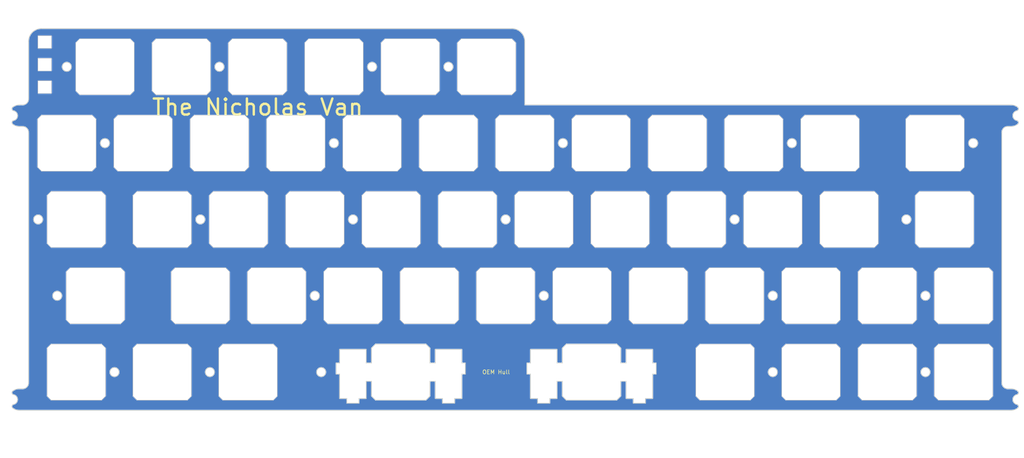
<source format=kicad_pcb>
(kicad_pcb (version 20221018) (generator pcbnew)
  (layers (0 "F.Cu" signal) (31 "B.Cu" signal) (34 "B.Paste" user) (35 "F.Paste" user) (36 "B.SilkS" user "B.Silkscreen") (37 "F.SilkS" user "F.Silkscreen") (38 "B.Mask" user) (39 "F.Mask" user) (44 "Edge.Cuts" user))
  (net 0 "")
  (net 1 "GND")
  (footprint "cipulot_parts:ecs_plate_cut_1U" (layer "F.Cu") (at 242.8875 115.8875)
    (fp_text reference "REF**")
    (fp_text value "Value " hide)
    (fp_line (start -7.3 -6) (end -7.3 6) (stroke (width 0.12)) (layer "Edge.Cuts"))
    (fp_line (start -7.3 6) (end -6.3 7) (stroke (width 0.12)) (layer "Edge.Cuts"))
    (fp_line (start -6.3 -7) (end -7.3 -6) (stroke (width 0.12)) (layer "Edge.Cuts"))
    (fp_line (start -6.3 7) (end 6.3 7) (stroke (width 0.12)) (layer "Edge.Cuts"))
    (fp_line (start 6.3 -7) (end -6.3 -7) (stroke (width 0.12)) (layer "Edge.Cuts"))
    (fp_line (start 6.3 -7) (end 7.3 -6) (stroke (width 0.12)) (layer "Edge.Cuts"))
    (fp_line (start 6.3 7) (end 7.3 6) (stroke (width 0.12)) (layer "Edge.Cuts"))
    (fp_line (start 7.3 6) (end 7.3 -6) (stroke (width 0.12)) (layer "Edge.Cuts"))
  )
  (footprint "cipulot_parts:ecs_plate_cut_1U" (layer "F.Cu") (at 45.24375 115.8875)
    (fp_text reference "REF**")
    (fp_text value "Value " hide)
    (fp_line (start -7.3 -6) (end -7.3 6) (stroke (width 0.12)) (layer "Edge.Cuts"))
    (fp_line (start -7.3 6) (end -6.3 7) (stroke (width 0.12)) (layer "Edge.Cuts"))
    (fp_line (start -6.3 -7) (end -7.3 -6) (stroke (width 0.12)) (layer "Edge.Cuts"))
    (fp_line (start -6.3 7) (end 6.3 7) (stroke (width 0.12)) (layer "Edge.Cuts"))
    (fp_line (start 6.3 -7) (end -6.3 -7) (stroke (width 0.12)) (layer "Edge.Cuts"))
    (fp_line (start 6.3 -7) (end 7.3 -6) (stroke (width 0.12)) (layer "Edge.Cuts"))
    (fp_line (start 6.3 7) (end 7.3 6) (stroke (width 0.12)) (layer "Edge.Cuts"))
    (fp_line (start 7.3 6) (end 7.3 -6) (stroke (width 0.12)) (layer "Edge.Cuts"))
  )
  (footprint "cipulot_parts:ecs_plate_cut_1U" (layer "F.Cu") (at 190.5 77.7875)
    (fp_text reference "REF**")
    (fp_text value "Value " hide)
    (fp_line (start -7.3 -6) (end -7.3 6) (stroke (width 0.12)) (layer "Edge.Cuts"))
    (fp_line (start -7.3 6) (end -6.3 7) (stroke (width 0.12)) (layer "Edge.Cuts"))
    (fp_line (start -6.3 -7) (end -7.3 -6) (stroke (width 0.12)) (layer "Edge.Cuts"))
    (fp_line (start -6.3 7) (end 6.3 7) (stroke (width 0.12)) (layer "Edge.Cuts"))
    (fp_line (start 6.3 -7) (end -6.3 -7) (stroke (width 0.12)) (layer "Edge.Cuts"))
    (fp_line (start 6.3 -7) (end 7.3 -6) (stroke (width 0.12)) (layer "Edge.Cuts"))
    (fp_line (start 6.3 7) (end 7.3 6) (stroke (width 0.12)) (layer "Edge.Cuts"))
    (fp_line (start 7.3 6) (end 7.3 -6) (stroke (width 0.12)) (layer "Edge.Cuts"))
  )
  (footprint "cipulot_parts:ecs_plate_cut_1U" (layer "F.Cu") (at 261.9375 134.9375)
    (fp_text reference "REF**")
    (fp_text value "Value " hide)
    (fp_line (start -7.3 -6) (end -7.3 6) (stroke (width 0.12)) (layer "Edge.Cuts"))
    (fp_line (start -7.3 6) (end -6.3 7) (stroke (width 0.12)) (layer "Edge.Cuts"))
    (fp_line (start -6.3 -7) (end -7.3 -6) (stroke (width 0.12)) (layer "Edge.Cuts"))
    (fp_line (start -6.3 7) (end 6.3 7) (stroke (width 0.12)) (layer "Edge.Cuts"))
    (fp_line (start 6.3 -7) (end -6.3 -7) (stroke (width 0.12)) (layer "Edge.Cuts"))
    (fp_line (start 6.3 -7) (end 7.3 -6) (stroke (width 0.12)) (layer "Edge.Cuts"))
    (fp_line (start 6.3 7) (end 7.3 6) (stroke (width 0.12)) (layer "Edge.Cuts"))
    (fp_line (start 7.3 6) (end 7.3 -6) (stroke (width 0.12)) (layer "Edge.Cuts"))
  )
  (footprint "cipulot_parts:ecs_plate_cut_1U" (layer "F.Cu") (at 123.825 58.7375)
    (fp_text reference "REF**")
    (fp_text value "Value " hide)
    (fp_line (start -7.3 -6) (end -7.3 6) (stroke (width 0.12)) (layer "Edge.Cuts"))
    (fp_line (start -7.3 6) (end -6.3 7) (stroke (width 0.12)) (layer "Edge.Cuts"))
    (fp_line (start -6.3 -7) (end -7.3 -6) (stroke (width 0.12)) (layer "Edge.Cuts"))
    (fp_line (start -6.3 7) (end 6.3 7) (stroke (width 0.12)) (layer "Edge.Cuts"))
    (fp_line (start 6.3 -7) (end -6.3 -7) (stroke (width 0.12)) (layer "Edge.Cuts"))
    (fp_line (start 6.3 -7) (end 7.3 -6) (stroke (width 0.12)) (layer "Edge.Cuts"))
    (fp_line (start 6.3 7) (end 7.3 6) (stroke (width 0.12)) (layer "Edge.Cuts"))
    (fp_line (start 7.3 6) (end 7.3 -6) (stroke (width 0.12)) (layer "Edge.Cuts"))
  )
  (footprint "cipulot_parts:ecs_plate_cut_1U" (layer "F.Cu") (at 261.9375 115.8875)
    (fp_text reference "REF**")
    (fp_text value "Value " hide)
    (fp_line (start -7.3 -6) (end -7.3 6) (stroke (width 0.12)) (layer "Edge.Cuts"))
    (fp_line (start -7.3 6) (end -6.3 7) (stroke (width 0.12)) (layer "Edge.Cuts"))
    (fp_line (start -6.3 -7) (end -7.3 -6) (stroke (width 0.12)) (layer "Edge.Cuts"))
    (fp_line (start -6.3 7) (end 6.3 7) (stroke (width 0.12)) (layer "Edge.Cuts"))
    (fp_line (start 6.3 -7) (end -6.3 -7) (stroke (width 0.12)) (layer "Edge.Cuts"))
    (fp_line (start 6.3 -7) (end 7.3 -6) (stroke (width 0.12)) (layer "Edge.Cuts"))
    (fp_line (start 6.3 7) (end 7.3 6) (stroke (width 0.12)) (layer "Edge.Cuts"))
    (fp_line (start 7.3 6) (end 7.3 -6) (stroke (width 0.12)) (layer "Edge.Cuts"))
  )
  (footprint "cipulot_parts:ecs_plate_cut_1U" (layer "F.Cu") (at 85.725 58.7375)
    (fp_text reference "REF**")
    (fp_text value "Value " hide)
    (fp_line (start -7.3 -6) (end -7.3 6) (stroke (width 0.12)) (layer "Edge.Cuts"))
    (fp_line (start -7.3 6) (end -6.3 7) (stroke (width 0.12)) (layer "Edge.Cuts"))
    (fp_line (start -6.3 -7) (end -7.3 -6) (stroke (width 0.12)) (layer "Edge.Cuts"))
    (fp_line (start -6.3 7) (end 6.3 7) (stroke (width 0.12)) (layer "Edge.Cuts"))
    (fp_line (start 6.3 -7) (end -6.3 -7) (stroke (width 0.12)) (layer "Edge.Cuts"))
    (fp_line (start 6.3 -7) (end 7.3 -6) (stroke (width 0.12)) (layer "Edge.Cuts"))
    (fp_line (start 6.3 7) (end 7.3 6) (stroke (width 0.12)) (layer "Edge.Cuts"))
    (fp_line (start 7.3 6) (end 7.3 -6) (stroke (width 0.12)) (layer "Edge.Cuts"))
  )
  (footprint "cipulot_parts:ecs_plate_cut_1U" (layer "F.Cu") (at 223.8375 115.8875)
    (fp_text reference "REF**")
    (fp_text value "Value " hide)
    (fp_line (start -7.3 -6) (end -7.3 6) (stroke (width 0.12)) (layer "Edge.Cuts"))
    (fp_line (start -7.3 6) (end -6.3 7) (stroke (width 0.12)) (layer "Edge.Cuts"))
    (fp_line (start -6.3 -7) (end -7.3 -6) (stroke (width 0.12)) (layer "Edge.Cuts"))
    (fp_line (start -6.3 7) (end 6.3 7) (stroke (width 0.12)) (layer "Edge.Cuts"))
    (fp_line (start 6.3 -7) (end -6.3 -7) (stroke (width 0.12)) (layer "Edge.Cuts"))
    (fp_line (start 6.3 -7) (end 7.3 -6) (stroke (width 0.12)) (layer "Edge.Cuts"))
    (fp_line (start 6.3 7) (end 7.3 6) (stroke (width 0.12)) (layer "Edge.Cuts"))
    (fp_line (start 7.3 6) (end 7.3 -6) (stroke (width 0.12)) (layer "Edge.Cuts"))
  )
  (footprint "cipulot_parts:ecs_plate_cut_1U" (layer "F.Cu") (at 233.3625 96.8375)
    (fp_text reference "REF**")
    (fp_text value "Value " hide)
    (fp_line (start -7.3 -6) (end -7.3 6) (stroke (width 0.12)) (layer "Edge.Cuts"))
    (fp_line (start -7.3 6) (end -6.3 7) (stroke (width 0.12)) (layer "Edge.Cuts"))
    (fp_line (start -6.3 -7) (end -7.3 -6) (stroke (width 0.12)) (layer "Edge.Cuts"))
    (fp_line (start -6.3 7) (end 6.3 7) (stroke (width 0.12)) (layer "Edge.Cuts"))
    (fp_line (start 6.3 -7) (end -6.3 -7) (stroke (width 0.12)) (layer "Edge.Cuts"))
    (fp_line (start 6.3 -7) (end 7.3 -6) (stroke (width 0.12)) (layer "Edge.Cuts"))
    (fp_line (start 6.3 7) (end 7.3 6) (stroke (width 0.12)) (layer "Edge.Cuts"))
    (fp_line (start 7.3 6) (end 7.3 -6) (stroke (width 0.12)) (layer "Edge.Cuts"))
  )
  (footprint "cipulot_parts:ecs_plate_cut_1U" (layer "F.Cu") (at 61.9125 96.8375)
    (fp_text reference "REF**")
    (fp_text value "Value " hide)
    (fp_line (start -7.3 -6) (end -7.3 6) (stroke (width 0.12)) (layer "Edge.Cuts"))
    (fp_line (start -7.3 6) (end -6.3 7) (stroke (width 0.12)) (layer "Edge.Cuts"))
    (fp_line (start -6.3 -7) (end -7.3 -6) (stroke (width 0.12)) (layer "Edge.Cuts"))
    (fp_line (start -6.3 7) (end 6.3 7) (stroke (width 0.12)) (layer "Edge.Cuts"))
    (fp_line (start 6.3 -7) (end -6.3 -7) (stroke (width 0.12)) (layer "Edge.Cuts"))
    (fp_line (start 6.3 -7) (end 7.3 -6) (stroke (width 0.12)) (layer "Edge.Cuts"))
    (fp_line (start 6.3 7) (end 7.3 6) (stroke (width 0.12)) (layer "Edge.Cuts"))
    (fp_line (start 7.3 6) (end 7.3 -6) (stroke (width 0.12)) (layer "Edge.Cuts"))
  )
  (footprint "cipulot_parts:ecs_plate_cut_1U" (layer "F.Cu") (at 242.8875 134.9375)
    (fp_text reference "REF**")
    (fp_text value "Value " hide)
    (fp_line (start -7.3 -6) (end -7.3 6) (stroke (width 0.12)) (layer "Edge.Cuts"))
    (fp_line (start -7.3 6) (end -6.3 7) (stroke (width 0.12)) (layer "Edge.Cuts"))
    (fp_line (start -6.3 -7) (end -7.3 -6) (stroke (width 0.12)) (layer "Edge.Cuts"))
    (fp_line (start -6.3 7) (end 6.3 7) (stroke (width 0.12)) (layer "Edge.Cuts"))
    (fp_line (start 6.3 -7) (end -6.3 -7) (stroke (width 0.12)) (layer "Edge.Cuts"))
    (fp_line (start 6.3 -7) (end 7.3 -6) (stroke (width 0.12)) (layer "Edge.Cuts"))
    (fp_line (start 6.3 7) (end 7.3 6) (stroke (width 0.12)) (layer "Edge.Cuts"))
    (fp_line (start 7.3 6) (end 7.3 -6) (stroke (width 0.12)) (layer "Edge.Cuts"))
  )
  (footprint "cipulot_parts:ecs_plate_cut_1U" (layer "F.Cu") (at 95.25 77.7875)
    (fp_text reference "REF**")
    (fp_text value "Value " hide)
    (fp_line (start -7.3 -6) (end -7.3 6) (stroke (width 0.12)) (layer "Edge.Cuts"))
    (fp_line (start -7.3 6) (end -6.3 7) (stroke (width 0.12)) (layer "Edge.Cuts"))
    (fp_line (start -6.3 -7) (end -7.3 -6) (stroke (width 0.12)) (layer "Edge.Cuts"))
    (fp_line (start -6.3 7) (end 6.3 7) (stroke (width 0.12)) (layer "Edge.Cuts"))
    (fp_line (start 6.3 -7) (end -6.3 -7) (stroke (width 0.12)) (layer "Edge.Cuts"))
    (fp_line (start 6.3 -7) (end 7.3 -6) (stroke (width 0.12)) (layer "Edge.Cuts"))
    (fp_line (start 6.3 7) (end 7.3 6) (stroke (width 0.12)) (layer "Edge.Cuts"))
    (fp_line (start 7.3 6) (end 7.3 -6) (stroke (width 0.12)) (layer "Edge.Cuts"))
  )
  (footprint "cipulot_parts:ecs_plate_cut_1U" (layer "F.Cu") (at 157.1625 96.8375)
    (fp_text reference "REF**")
    (fp_text value "Value " hide)
    (fp_line (start -7.3 -6) (end -7.3 6) (stroke (width 0.12)) (layer "Edge.Cuts"))
    (fp_line (start -7.3 6) (end -6.3 7) (stroke (width 0.12)) (layer "Edge.Cuts"))
    (fp_line (start -6.3 -7) (end -7.3 -6) (stroke (width 0.12)) (layer "Edge.Cuts"))
    (fp_line (start -6.3 7) (end 6.3 7) (stroke (width 0.12)) (layer "Edge.Cuts"))
    (fp_line (start 6.3 -7) (end -6.3 -7) (stroke (width 0.12)) (layer "Edge.Cuts"))
    (fp_line (start 6.3 -7) (end 7.3 -6) (stroke (width 0.12)) (layer "Edge.Cuts"))
    (fp_line (start 6.3 7) (end 7.3 6) (stroke (width 0.12)) (layer "Edge.Cuts"))
    (fp_line (start 7.3 6) (end 7.3 -6) (stroke (width 0.12)) (layer "Edge.Cuts"))
  )
  (footprint "cipulot_parts:ecs_plate_cut_1U" (layer "F.Cu") (at 109.5375 115.8875)
    (fp_text reference "REF**")
    (fp_text value "Value " hide)
    (fp_line (start -7.3 -6) (end -7.3 6) (stroke (width 0.12)) (layer "Edge.Cuts"))
    (fp_line (start -7.3 6) (end -6.3 7) (stroke (width 0.12)) (layer "Edge.Cuts"))
    (fp_line (start -6.3 -7) (end -7.3 -6) (stroke (width 0.12)) (layer "Edge.Cuts"))
    (fp_line (start -6.3 7) (end 6.3 7) (stroke (width 0.12)) (layer "Edge.Cuts"))
    (fp_line (start 6.3 -7) (end -6.3 -7) (stroke (width 0.12)) (layer "Edge.Cuts"))
    (fp_line (start 6.3 -7) (end 7.3 -6) (stroke (width 0.12)) (layer "Edge.Cuts"))
    (fp_line (start 6.3 7) (end 7.3 6) (stroke (width 0.12)) (layer "Edge.Cuts"))
    (fp_line (start 7.3 6) (end 7.3 -6) (stroke (width 0.12)) (layer "Edge.Cuts"))
  )
  (footprint "cipulot_parts:ecs_plate_cut_1U" (layer "F.Cu") (at 176.2125 96.8375)
    (fp_text reference "REF**")
    (fp_text value "Value " hide)
    (fp_line (start -7.3 -6) (end -7.3 6) (stroke (width 0.12)) (layer "Edge.Cuts"))
    (fp_line (start -7.3 6) (end -6.3 7) (stroke (width 0.12)) (layer "Edge.Cuts"))
    (fp_line (start -6.3 -7) (end -7.3 -6) (stroke (width 0.12)) (layer "Edge.Cuts"))
    (fp_line (start -6.3 7) (end 6.3 7) (stroke (width 0.12)) (layer "Edge.Cuts"))
    (fp_line (start 6.3 -7) (end -6.3 -7) (stroke (width 0.12)) (layer "Edge.Cuts"))
    (fp_line (start 6.3 -7) (end 7.3 -6) (stroke (width 0.12)) (layer "Edge.Cuts"))
    (fp_line (start 6.3 7) (end 7.3 6) (stroke (width 0.12)) (layer "Edge.Cuts"))
    (fp_line (start 7.3 6) (end 7.3 -6) (stroke (width 0.12)) (layer "Edge.Cuts"))
  )
  (footprint "cipulot_parts:ecs_plate_cut_1U" (layer "F.Cu") (at 76.2 77.7875)
    (fp_text reference "REF**")
    (fp_text value "Value " hide)
    (fp_line (start -7.3 -6) (end -7.3 6) (stroke (width 0.12)) (layer "Edge.Cuts"))
    (fp_line (start -7.3 6) (end -6.3 7) (stroke (width 0.12)) (layer "Edge.Cuts"))
    (fp_line (start -6.3 -7) (end -7.3 -6) (stroke (width 0.12)) (layer "Edge.Cuts"))
    (fp_line (start -6.3 7) (end 6.3 7) (stroke (width 0.12)) (layer "Edge.Cuts"))
    (fp_line (start 6.3 -7) (end -6.3 -7) (stroke (width 0.12)) (layer "Edge.Cuts"))
    (fp_line (start 6.3 -7) (end 7.3 -6) (stroke (width 0.12)) (layer "Edge.Cuts"))
    (fp_line (start 6.3 7) (end 7.3 6) (stroke (width 0.12)) (layer "Edge.Cuts"))
    (fp_line (start 7.3 6) (end 7.3 -6) (stroke (width 0.12)) (layer "Edge.Cuts"))
  )
  (footprint "cipulot_parts:ecs_plate_cut_1U" (layer "F.Cu") (at 66.675 58.7375)
    (fp_text reference "REF**")
    (fp_text value "Value " hide)
    (fp_line (start -7.3 -6) (end -7.3 6) (stroke (width 0.12)) (layer "Edge.Cuts"))
    (fp_line (start -7.3 6) (end -6.3 7) (stroke (width 0.12)) (layer "Edge.Cuts"))
    (fp_line (start -6.3 -7) (end -7.3 -6) (stroke (width 0.12)) (layer "Edge.Cuts"))
    (fp_line (start -6.3 7) (end 6.3 7) (stroke (width 0.12)) (layer "Edge.Cuts"))
    (fp_line (start 6.3 -7) (end -6.3 -7) (stroke (width 0.12)) (layer "Edge.Cuts"))
    (fp_line (start 6.3 -7) (end 7.3 -6) (stroke (width 0.12)) (layer "Edge.Cuts"))
    (fp_line (start 6.3 7) (end 7.3 6) (stroke (width 0.12)) (layer "Edge.Cuts"))
    (fp_line (start 7.3 6) (end 7.3 -6) (stroke (width 0.12)) (layer "Edge.Cuts"))
  )
  (footprint "cipulot_parts:ecs_plate_cut_1U" (layer "F.Cu") (at 128.5875 115.8875)
    (fp_text reference "REF**")
    (fp_text value "Value " hide)
    (fp_line (start -7.3 -6) (end -7.3 6) (stroke (width 0.12)) (layer "Edge.Cuts"))
    (fp_line (start -7.3 6) (end -6.3 7) (stroke (width 0.12)) (layer "Edge.Cuts"))
    (fp_line (start -6.3 -7) (end -7.3 -6) (stroke (width 0.12)) (layer "Edge.Cuts"))
    (fp_line (start -6.3 7) (end 6.3 7) (stroke (width 0.12)) (layer "Edge.Cuts"))
    (fp_line (start 6.3 -7) (end -6.3 -7) (stroke (width 0.12)) (layer "Edge.Cuts"))
    (fp_line (start 6.3 -7) (end 7.3 -6) (stroke (width 0.12)) (layer "Edge.Cuts"))
    (fp_line (start 6.3 7) (end 7.3 6) (stroke (width 0.12)) (layer "Edge.Cuts"))
    (fp_line (start 7.3 6) (end 7.3 -6) (stroke (width 0.12)) (layer "Edge.Cuts"))
  )
  (footprint "cipulot_parts:ecs_plate_cut_1U" (layer "F.Cu") (at 40.48125 134.9375)
    (fp_text reference "REF**")
    (fp_text value "Value " hide)
    (fp_line (start -7.3 -6) (end -7.3 6) (stroke (width 0.12)) (layer "Edge.Cuts"))
    (fp_line (start -7.3 6) (end -6.3 7) (stroke (width 0.12)) (layer "Edge.Cuts"))
    (fp_line (start -6.3 -7) (end -7.3 -6) (stroke (width 0.12)) (layer "Edge.Cuts"))
    (fp_line (start -6.3 7) (end 6.3 7) (stroke (width 0.12)) (layer "Edge.Cuts"))
    (fp_line (start 6.3 -7) (end -6.3 -7) (stroke (width 0.12)) (layer "Edge.Cuts"))
    (fp_line (start 6.3 -7) (end 7.3 -6) (stroke (width 0.12)) (layer "Edge.Cuts"))
    (fp_line (start 6.3 7) (end 7.3 6) (stroke (width 0.12)) (layer "Edge.Cuts"))
    (fp_line (start 7.3 6) (end 7.3 -6) (stroke (width 0.12)) (layer "Edge.Cuts"))
  )
  (footprint "cipulot_parts:ecs_plate_cut_1U" (layer "F.Cu") (at 57.15 77.7875)
    (fp_text reference "REF**")
    (fp_text value "Value " hide)
    (fp_line (start -7.3 -6) (end -7.3 6) (stroke (width 0.12)) (layer "Edge.Cuts"))
    (fp_line (start -7.3 6) (end -6.3 7) (stroke (width 0.12)) (layer "Edge.Cuts"))
    (fp_line (start -6.3 -7) (end -7.3 -6) (stroke (width 0.12)) (layer "Edge.Cuts"))
    (fp_line (start -6.3 7) (end 6.3 7) (stroke (width 0.12)) (layer "Edge.Cuts"))
    (fp_line (start 6.3 -7) (end -6.3 -7) (stroke (width 0.12)) (layer "Edge.Cuts"))
    (fp_line (start 6.3 -7) (end 7.3 -6) (stroke (width 0.12)) (layer "Edge.Cuts"))
    (fp_line (start 6.3 7) (end 7.3 6) (stroke (width 0.12)) (layer "Edge.Cuts"))
    (fp_line (start 7.3 6) (end 7.3 -6) (stroke (width 0.12)) (layer "Edge.Cuts"))
  )
  (footprint "cipulot_parts:ecs_plate_cut_1U" (layer "F.Cu") (at 47.625 58.7375)
    (fp_text reference "REF**")
    (fp_text value "Value " hide)
    (fp_line (start -7.3 -6) (end -7.3 6) (stroke (width 0.12)) (layer "Edge.Cuts"))
    (fp_line (start -7.3 6) (end -6.3 7) (stroke (width 0.12)) (layer "Edge.Cuts"))
    (fp_line (start -6.3 -7) (end -7.3 -6) (stroke (width 0.12)) (layer "Edge.Cuts"))
    (fp_line (start -6.3 7) (end 6.3 7) (stroke (width 0.12)) (layer "Edge.Cuts"))
    (fp_line (start 6.3 -7) (end -6.3 -7) (stroke (width 0.12)) (layer "Edge.Cuts"))
    (fp_line (start 6.3 -7) (end 7.3 -6) (stroke (width 0.12)) (layer "Edge.Cuts"))
    (fp_line (start 6.3 7) (end 7.3 6) (stroke (width 0.12)) (layer "Edge.Cuts"))
    (fp_line (start 7.3 6) (end 7.3 -6) (stroke (width 0.12)) (layer "Edge.Cuts"))
  )
  (footprint "cipulot_parts:ecs_plate_cut_1U" (layer "F.Cu") (at 40.48125 96.8375)
    (fp_text reference "REF**")
    (fp_text value "Value " hide)
    (fp_line (start -7.3 -6) (end -7.3 6) (stroke (width 0.12)) (layer "Edge.Cuts"))
    (fp_line (start -7.3 6) (end -6.3 7) (stroke (width 0.12)) (layer "Edge.Cuts"))
    (fp_line (start -6.3 -7) (end -7.3 -6) (stroke (width 0.12)) (layer "Edge.Cuts"))
    (fp_line (start -6.3 7) (end 6.3 7) (stroke (width 0.12)) (layer "Edge.Cuts"))
    (fp_line (start 6.3 -7) (end -6.3 -7) (stroke (width 0.12)) (layer "Edge.Cuts"))
    (fp_line (start 6.3 -7) (end 7.3 -6) (stroke (width 0.12)) (layer "Edge.Cuts"))
    (fp_line (start 6.3 7) (end 7.3 6) (stroke (width 0.12)) (layer "Edge.Cuts"))
    (fp_line (start 7.3 6) (end 7.3 -6) (stroke (width 0.12)) (layer "Edge.Cuts"))
  )
  (footprint "cipulot_parts:ecs_plate_cut_1U" (layer "F.Cu") (at 171.45 77.7875)
    (fp_text reference "REF**")
    (fp_text value "Value " hide)
    (fp_line (start -7.3 -6) (end -7.3 6) (stroke (width 0.12)) (layer "Edge.Cuts"))
    (fp_line (start -7.3 6) (end -6.3 7) (stroke (width 0.12)) (layer "Edge.Cuts"))
    (fp_line (start -6.3 -7) (end -7.3 -6) (stroke (width 0.12)) (layer "Edge.Cuts"))
    (fp_line (start -6.3 7) (end 6.3 7) (stroke (width 0.12)) (layer "Edge.Cuts"))
    (fp_line (start 6.3 -7) (end -6.3 -7) (stroke (width 0.12)) (layer "Edge.Cuts"))
    (fp_line (start 6.3 -7) (end 7.3 -6) (stroke (width 0.12)) (layer "Edge.Cuts"))
    (fp_line (start 6.3 7) (end 7.3 6) (stroke (width 0.12)) (layer "Edge.Cuts"))
    (fp_line (start 7.3 6) (end 7.3 -6) (stroke (width 0.12)) (layer "Edge.Cuts"))
  )
  (footprint "cipulot_parts:ecs_plate_cut_1U" (layer "F.Cu") (at 100.0125 96.8375)
    (fp_text reference "REF**")
    (fp_text value "Value " hide)
    (fp_line (start -7.3 -6) (end -7.3 6) (stroke (width 0.12)) (layer "Edge.Cuts"))
    (fp_line (start -7.3 6) (end -6.3 7) (stroke (width 0.12)) (layer "Edge.Cuts"))
    (fp_line (start -6.3 -7) (end -7.3 -6) (stroke (width 0.12)) (layer "Edge.Cuts"))
    (fp_line (start -6.3 7) (end 6.3 7) (stroke (width 0.12)) (layer "Edge.Cuts"))
    (fp_line (start 6.3 -7) (end -6.3 -7) (stroke (width 0.12)) (layer "Edge.Cuts"))
    (fp_line (start 6.3 -7) (end 7.3 -6) (stroke (width 0.12)) (layer "Edge.Cuts"))
    (fp_line (start 6.3 7) (end 7.3 6) (stroke (width 0.12)) (layer "Edge.Cuts"))
    (fp_line (start 7.3 6) (end 7.3 -6) (stroke (width 0.12)) (layer "Edge.Cuts"))
  )
  (footprint "cipulot_parts:ecs_plate_cut_1U" (layer "F.Cu") (at 114.3 77.7875)
    (fp_text reference "REF**")
    (fp_text value "Value " hide)
    (fp_line (start -7.3 -6) (end -7.3 6) (stroke (width 0.12)) (layer "Edge.Cuts"))
    (fp_line (start -7.3 6) (end -6.3 7) (stroke (width 0.12)) (layer "Edge.Cuts"))
    (fp_line (start -6.3 -7) (end -7.3 -6) (stroke (width 0.12)) (layer "Edge.Cuts"))
    (fp_line (start -6.3 7) (end 6.3 7) (stroke (width 0.12)) (layer "Edge.Cuts"))
    (fp_line (start 6.3 -7) (end -6.3 -7) (stroke (width 0.12)) (layer "Edge.Cuts"))
    (fp_line (start 6.3 -7) (end 7.3 -6) (stroke (width 0.12)) (layer "Edge.Cuts"))
    (fp_line (start 6.3 7) (end 7.3 6) (stroke (width 0.12)) (layer "Edge.Cuts"))
    (fp_line (start 7.3 6) (end 7.3 -6) (stroke (width 0.12)) (layer "Edge.Cuts"))
  )
  (footprint "cipulot_parts:ecs_plate_cut_1U" (layer "F.Cu") (at 204.7875 115.8875)
    (fp_text reference "REF**")
    (fp_text value "Value " hide)
    (fp_line (start -7.3 -6) (end -7.3 6) (stroke (width 0.12)) (layer "Edge.Cuts"))
    (fp_line (start -7.3 6) (end -6.3 7) (stroke (width 0.12)) (layer "Edge.Cuts"))
    (fp_line (start -6.3 -7) (end -7.3 -6) (stroke (width 0.12)) (layer "Edge.Cuts"))
    (fp_line (start -6.3 7) (end 6.3 7) (stroke (width 0.12)) (layer "Edge.Cuts"))
    (fp_line (start 6.3 -7) (end -6.3 -7) (stroke (width 0.12)) (layer "Edge.Cuts"))
    (fp_line (start 6.3 -7) (end 7.3 -6) (stroke (width 0.12)) (layer "Edge.Cuts"))
    (fp_line (start 6.3 7) (end 7.3 6) (stroke (width 0.12)) (layer "Edge.Cuts"))
    (fp_line (start 7.3 6) (end 7.3 -6) (stroke (width 0.12)) (layer "Edge.Cuts"))
  )
  (footprint "cipulot_parts:ecs_plate_cut_1U" (layer "F.Cu") (at 80.9625 96.8375)
    (fp_text reference "REF**")
    (fp_text value "Value " hide)
    (fp_line (start -7.3 -6) (end -7.3 6) (stroke (width 0.12)) (layer "Edge.Cuts"))
    (fp_line (start -7.3 6) (end -6.3 7) (stroke (width 0.12)) (layer "Edge.Cuts"))
    (fp_line (start -6.3 -7) (end -7.3 -6) (stroke (width 0.12)) (layer "Edge.Cuts"))
    (fp_line (start -6.3 7) (end 6.3 7) (stroke (width 0.12)) (layer "Edge.Cuts"))
    (fp_line (start 6.3 -7) (end -6.3 -7) (stroke (width 0.12)) (layer "Edge.Cuts"))
    (fp_line (start 6.3 -7) (end 7.3 -6) (stroke (width 0.12)) (layer "Edge.Cuts"))
    (fp_line (start 6.3 7) (end 7.3 6) (stroke (width 0.12)) (layer "Edge.Cuts"))
    (fp_line (start 7.3 6) (end 7.3 -6) (stroke (width 0.12)) (layer "Edge.Cuts"))
  )
  (footprint "cipulot_parts:ecs_plate_cut_1U" (layer "F.Cu") (at 83.34375 134.9375)
    (fp_text reference "REF**")
    (fp_text value "Value " hide)
    (fp_line (start -7.3 -6) (end -7.3 6) (stroke (width 0.12)) (layer "Edge.Cuts"))
    (fp_line (start -7.3 6) (end -6.3 7) (stroke (width 0.12)) (layer "Edge.Cuts"))
    (fp_line (start -6.3 -7) (end -7.3 -6) (stroke (width 0.12)) (layer "Edge.Cuts"))
    (fp_line (start -6.3 7) (end 6.3 7) (stroke (width 0.12)) (layer "Edge.Cuts"))
    (fp_line (start 6.3 -7) (end -6.3 -7) (stroke (width 0.12)) (layer "Edge.Cuts"))
    (fp_line (start 6.3 -7) (end 7.3 -6) (stroke (width 0.12)) (layer "Edge.Cuts"))
    (fp_line (start 6.3 7) (end 7.3 6) (stroke (width 0.12)) (layer "Edge.Cuts"))
    (fp_line (start 7.3 6) (end 7.3 -6) (stroke (width 0.12)) (layer "Edge.Cuts"))
  )
  (footprint "cipulot_parts:ecs_plate_cut_1U" (layer "F.Cu") (at 214.3125 96.8375)
    (fp_text reference "REF**")
    (fp_text value "Value " hide)
    (fp_line (start -7.3 -6) (end -7.3 6) (stroke (width 0.12)) (layer "Edge.Cuts"))
    (fp_line (start -7.3 6) (end -6.3 7) (stroke (width 0.12)) (layer "Edge.Cuts"))
    (fp_line (start -6.3 -7) (end -7.3 -6) (stroke (width 0.12)) (layer "Edge.Cuts"))
    (fp_line (start -6.3 7) (end 6.3 7) (stroke (width 0.12)) (layer "Edge.Cuts"))
    (fp_line (start 6.3 -7) (end -6.3 -7) (stroke (width 0.12)) (layer "Edge.Cuts"))
    (fp_line (start 6.3 -7) (end 7.3 -6) (stroke (width 0.12)) (layer "Edge.Cuts"))
    (fp_line (start 6.3 7) (end 7.3 6) (stroke (width 0.12)) (layer "Edge.Cuts"))
    (fp_line (start 7.3 6) (end 7.3 -6) (stroke (width 0.12)) (layer "Edge.Cuts"))
  )
  (footprint "cipulot_parts:ecs_plate_cut_1U" (layer "F.Cu") (at 38.1 77.7875)
    (fp_text reference "REF**")
    (fp_text value "Value " hide)
    (fp_line (start -7.3 -6) (end -7.3 6) (stroke (width 0.12)) (layer "Edge.Cuts"))
    (fp_line (start -7.3 6) (end -6.3 7) (stroke (width 0.12)) (layer "Edge.Cuts"))
    (fp_line (start -6.3 -7) (end -7.3 -6) (stroke (width 0.12)) (layer "Edge.Cuts"))
    (fp_line (start -6.3 7) (end 6.3 7) (stroke (width 0.12)) (layer "Edge.Cuts"))
    (fp_line (start 6.3 -7) (end -6.3 -7) (stroke (width 0.12)) (layer "Edge.Cuts"))
    (fp_line (start 6.3 -7) (end 7.3 -6) (stroke (width 0.12)) (layer "Edge.Cuts"))
    (fp_line (start 6.3 7) (end 7.3 6) (stroke (width 0.12)) (layer "Edge.Cuts"))
    (fp_line (start 7.3 6) (end 7.3 -6) (stroke (width 0.12)) (layer "Edge.Cuts"))
  )
  (footprint "cipulot_parts:ecs_plate_cut_1U" (layer "F.Cu") (at 138.1125 96.8375)
    (fp_text reference "REF**")
    (fp_text value "Value " hide)
    (fp_line (start -7.3 -6) (end -7.3 6) (stroke (width 0.12)) (layer "Edge.Cuts"))
    (fp_line (start -7.3 6) (end -6.3 7) (stroke (width 0.12)) (layer "Edge.Cuts"))
    (fp_line (start -6.3 -7) (end -7.3 -6) (stroke (width 0.12)) (layer "Edge.Cuts"))
    (fp_line (start -6.3 7) (end 6.3 7) (stroke (width 0.12)) (layer "Edge.Cuts"))
    (fp_line (start 6.3 -7) (end -6.3 -7) (stroke (width 0.12)) (layer "Edge.Cuts"))
    (fp_line (start 6.3 -7) (end 7.3 -6) (stroke (width 0.12)) (layer "Edge.Cuts"))
    (fp_line (start 6.3 7) (end 7.3 6) (stroke (width 0.12)) (layer "Edge.Cuts"))
    (fp_line (start 7.3 6) (end 7.3 -6) (stroke (width 0.12)) (layer "Edge.Cuts"))
  )
  (footprint "cipulot_parts:ecs_plate_cut_1U" (layer "F.Cu") (at 202.40625 134.9375)
    (fp_text reference "REF**")
    (fp_text value "Value " hide)
    (fp_line (start -7.3 -6) (end -7.3 6) (stroke (width 0.12)) (layer "Edge.Cuts"))
    (fp_line (start -7.3 6) (end -6.3 7) (stroke (width 0.12)) (layer "Edge.Cuts"))
    (fp_line (start -6.3 -7) (end -7.3 -6) (stroke (width 0.12)) (layer "Edge.Cuts"))
    (fp_line (start -6.3 7) (end 6.3 7) (stroke (width 0.12)) (layer "Edge.Cuts"))
    (fp_line (start 6.3 -7) (end -6.3 -7) (stroke (width 0.12)) (layer "Edge.Cuts"))
    (fp_line (start 6.3 -7) (end 7.3 -6) (stroke (width 0.12)) (layer "Edge.Cuts"))
    (fp_line (start 6.3 7) (end 7.3 6) (stroke (width 0.12)) (layer "Edge.Cuts"))
    (fp_line (start 7.3 6) (end 7.3 -6) (stroke (width 0.12)) (layer "Edge.Cuts"))
  )
  (footprint "cipulot_parts:ecs_plate_cut_1U" (layer "F.Cu") (at 254.79375 77.7875)
    (fp_text reference "REF**")
    (fp_text value "Value " hide)
    (fp_line (start -7.3 -6) (end -7.3 6) (stroke (width 0.12)) (layer "Edge.Cuts"))
    (fp_line (start -7.3 6) (end -6.3 7) (stroke (width 0.12)) (layer "Edge.Cuts"))
    (fp_line (start -6.3 -7) (end -7.3 -6) (stroke (width 0.12)) (layer "Edge.Cuts"))
    (fp_line (start -6.3 7) (end 6.3 7) (stroke (width 0.12)) (layer "Edge.Cuts"))
    (fp_line (start 6.3 -7) (end -6.3 -7) (stroke (width 0.12)) (layer "Edge.Cuts"))
    (fp_line (start 6.3 -7) (end 7.3 -6) (stroke (width 0.12)) (layer "Edge.Cuts"))
    (fp_line (start 6.3 7) (end 7.3 6) (stroke (width 0.12)) (layer "Edge.Cuts"))
    (fp_line (start 7.3 6) (end 7.3 -6) (stroke (width 0.12)) (layer "Edge.Cuts"))
  )
  (footprint "cipulot_parts:ecs_plate_cut_1U" (layer "F.Cu") (at 223.8375 134.9375)
    (fp_text reference "REF**")
    (fp_text value "Value " hide)
    (fp_line (start -7.3 -6) (end -7.3 6) (stroke (width 0.12)) (layer "Edge.Cuts"))
    (fp_line (start -7.3 6) (end -6.3 7) (stroke (width 0.12)) (layer "Edge.Cuts"))
    (fp_line (start -6.3 -7) (end -7.3 -6) (stroke (width 0.12)) (layer "Edge.Cuts"))
    (fp_line (start -6.3 7) (end 6.3 7) (stroke (width 0.12)) (layer "Edge.Cuts"))
    (fp_line (start 6.3 -7) (end -6.3 -7) (stroke (width 0.12)) (layer "Edge.Cuts"))
    (fp_line (start 6.3 -7) (end 7.3 -6) (stroke (width 0.12)) (layer "Edge.Cuts"))
    (fp_line (start 6.3 7) (end 7.3 6) (stroke (width 0.12)) (layer "Edge.Cuts"))
    (fp_line (start 7.3 6) (end 7.3 -6) (stroke (width 0.12)) (layer "Edge.Cuts"))
  )
  (footprint "cipulot_parts:ecs_plate_cut_1U" (layer "F.Cu") (at 209.55 77.7875)
    (fp_text reference "REF**")
    (fp_text value "Value " hide)
    (fp_line (start -7.3 -6) (end -7.3 6) (stroke (width 0.12)) (layer "Edge.Cuts"))
    (fp_line (start -7.3 6) (end -6.3 7) (stroke (width 0.12)) (layer "Edge.Cuts"))
    (fp_line (start -6.3 -7) (end -7.3 -6) (stroke (width 0.12)) (layer "Edge.Cuts"))
    (fp_line (start -6.3 7) (end 6.3 7) (stroke (width 0.12)) (layer "Edge.Cuts"))
    (fp_line (start 6.3 -7) (end -6.3 -7) (stroke (width 0.12)) (layer "Edge.Cuts"))
    (fp_line (start 6.3 -7) (end 7.3 -6) (stroke (width 0.12)) (layer "Edge.Cuts"))
    (fp_line (start 6.3 7) (end 7.3 6) (stroke (width 0.12)) (layer "Edge.Cuts"))
    (fp_line (start 7.3 6) (end 7.3 -6) (stroke (width 0.12)) (layer "Edge.Cuts"))
  )
  (footprint "cipulot_parts:ecs_plate_cut_1U" (layer "F.Cu") (at 195.2625 96.8375)
    (fp_text reference "REF**")
    (fp_text value "Value " hide)
    (fp_line (start -7.3 -6) (end -7.3 6) (stroke (width 0.12)) (layer "Edge.Cuts"))
    (fp_line (start -7.3 6) (end -6.3 7) (stroke (width 0.12)) (layer "Edge.Cuts"))
    (fp_line (start -6.3 -7) (end -7.3 -6) (stroke (width 0.12)) (layer "Edge.Cuts"))
    (fp_line (start -6.3 7) (end 6.3 7) (stroke (width 0.12)) (layer "Edge.Cuts"))
    (fp_line (start 6.3 -7) (end -6.3 -7) (stroke (width 0.12)) (layer "Edge.Cuts"))
    (fp_line (start 6.3 -7) (end 7.3 -6) (stroke (width 0.12)) (layer "Edge.Cuts"))
    (fp_line (start 6.3 7) (end 7.3 6) (stroke (width 0.12)) (layer "Edge.Cuts"))
    (fp_line (start 7.3 6) (end 7.3 -6) (stroke (width 0.12)) (layer "Edge.Cuts"))
  )
  (footprint "cipulot_parts:ecs_plate_cut_1U" (layer "F.Cu") (at 185.7375 115.8875)
    (fp_text reference "REF**")
    (fp_text value "Value " hide)
    (fp_line (start -7.3 -6) (end -7.3 6) (stroke (width 0.12)) (layer "Edge.Cuts"))
    (fp_line (start -7.3 6) (end -6.3 7) (stroke (width 0.12)) (layer "Edge.Cuts"))
    (fp_line (start -6.3 -7) (end -7.3 -6) (stroke (width 0.12)) (layer "Edge.Cuts"))
    (fp_line (start -6.3 7) (end 6.3 7) (stroke (width 0.12)) (layer "Edge.Cuts"))
    (fp_line (start 6.3 -7) (end -6.3 -7) (stroke (width 0.12)) (layer "Edge.Cuts"))
    (fp_line (start 6.3 -7) (end 7.3 -6) (stroke (width 0.12)) (layer "Edge.Cuts"))
    (fp_line (start 6.3 7) (end 7.3 6) (stroke (width 0.12)) (layer "Edge.Cuts"))
    (fp_line (start 7.3 6) (end 7.3 -6) (stroke (width 0.12)) (layer "Edge.Cuts"))
  )
  (footprint "cipulot_parts:ecs_plate_cut_1U" (layer "F.Cu") (at 61.9125 134.9375)
    (fp_text reference "REF**")
    (fp_text value "Value " hide)
    (fp_line (start -7.3 -6) (end -7.3 6) (stroke (width 0.12)) (layer "Edge.Cuts"))
    (fp_line (start -7.3 6) (end -6.3 7) (stroke (width 0.12)) (layer "Edge.Cuts"))
    (fp_line (start -6.3 -7) (end -7.3 -6) (stroke (width 0.12)) (layer "Edge.Cuts"))
    (fp_line (start -6.3 7) (end 6.3 7) (stroke (width 0.12)) (layer "Edge.Cuts"))
    (fp_line (start 6.3 -7) (end -6.3 -7) (stroke (width 0.12)) (layer "Edge.Cuts"))
    (fp_line (start 6.3 -7) (end 7.3 -6) (stroke (width 0.12)) (layer "Edge.Cuts"))
    (fp_line (start 6.3 7) (end 7.3 6) (stroke (width 0.12)) (layer "Edge.Cuts"))
    (fp_line (start 7.3 6) (end 7.3 -6) (stroke (width 0.12)) (layer "Edge.Cuts"))
  )
  (footprint "cipulot_parts:ecs_plate_cut_1U" (layer "F.Cu") (at 147.6375 115.8875)
    (fp_text reference "REF**")
    (fp_text value "Value " hide)
    (fp_line (start -7.3 -6) (end -7.3 6) (stroke (width 0.12)) (layer "Edge.Cuts"))
    (fp_line (start -7.3 6) (end -6.3 7) (stroke (width 0.12)) (layer "Edge.Cuts"))
    (fp_line (start -6.3 -7) (end -7.3 -6) (stroke (width 0.12)) (layer "Edge.Cuts"))
    (fp_line (start -6.3 7) (end 6.3 7) (stroke (width 0.12)) (layer "Edge.Cuts"))
    (fp_line (start 6.3 -7) (end -6.3 -7) (stroke (width 0.12)) (layer "Edge.Cuts"))
    (fp_line (start 6.3 -7) (end 7.3 -6) (stroke (width 0.12)) (layer "Edge.Cuts"))
    (fp_line (start 6.3 7) (end 7.3 6) (stroke (width 0.12)) (layer "Edge.Cuts"))
    (fp_line (start 7.3 6) (end 7.3 -6) (stroke (width 0.12)) (layer "Edge.Cuts"))
  )
  (footprint "cipulot_parts:ecs_plate_cut_1U" (layer "F.Cu") (at 119.0625 96.8375)
    (fp_text reference "REF**")
    (fp_text value "Value " hide)
    (fp_line (start -7.3 -6) (end -7.3 6) (stroke (width 0.12)) (layer "Edge.Cuts"))
    (fp_line (start -7.3 6) (end -6.3 7) (stroke (width 0.12)) (layer "Edge.Cuts"))
    (fp_line (start -6.3 -7) (end -7.3 -6) (stroke (width 0.12)) (layer "Edge.Cuts"))
    (fp_line (start -6.3 7) (end 6.3 7) (stroke (width 0.12)) (layer "Edge.Cuts"))
    (fp_line (start 6.3 -7) (end -6.3 -7) (stroke (width 0.12)) (layer "Edge.Cuts"))
    (fp_line (start 6.3 -7) (end 7.3 -6) (stroke (width 0.12)) (layer "Edge.Cuts"))
    (fp_line (start 6.3 7) (end 7.3 6) (stroke (width 0.12)) (layer "Edge.Cuts"))
    (fp_line (start 7.3 6) (end 7.3 -6) (stroke (width 0.12)) (layer "Edge.Cuts"))
  )
  (footprint "cipulot_parts:ecs_plate_cut_1U" (layer "F.Cu") (at 152.4 77.7875)
    (fp_text reference "REF**")
    (fp_text value "Value " hide)
    (fp_line (start -7.3 -6) (end -7.3 6) (stroke (width 0.12)) (layer "Edge.Cuts"))
    (fp_line (start -7.3 6) (end -6.3 7) (stroke (width 0.12)) (layer "Edge.Cuts"))
    (fp_line (start -6.3 -7) (end -7.3 -6) (stroke (width 0.12)) (layer "Edge.Cuts"))
    (fp_line (start -6.3 7) (end 6.3 7) (stroke (width 0.12)) (layer "Edge.Cuts"))
    (fp_line (start 6.3 -7) (end -6.3 -7) (stroke (width 0.12)) (layer "Edge.Cuts"))
    (fp_line (start 6.3 -7) (end 7.3 -6) (stroke (width 0.12)) (layer "Edge.Cuts"))
    (fp_line (start 6.3 7) (end 7.3 6) (stroke (width 0.12)) (layer "Edge.Cuts"))
    (fp_line (start 7.3 6) (end 7.3 -6) (stroke (width 0.12)) (layer "Edge.Cuts"))
  )
  (footprint "cipulot_parts:ecs_plate_cut_1U" (layer "F.Cu") (at 90.4875 115.8875)
    (fp_text reference "REF**")
    (fp_text value "Value " hide)
    (fp_line (start -7.3 -6) (end -7.3 6) (stroke (width 0.12)) (layer "Edge.Cuts"))
    (fp_line (start -7.3 6) (end -6.3 7) (stroke (width 0.12)) (layer "Edge.Cuts"))
    (fp_line (start -6.3 -7) (end -7.3 -6) (stroke (width 0.12)) (layer "Edge.Cuts"))
    (fp_line (start -6.3 7) (end 6.3 7) (stroke (width 0.12)) (layer "Edge.Cuts"))
    (fp_line (start 6.3 -7) (end -6.3 -7) (stroke (width 0.12)) (layer "Edge.Cuts"))
    (fp_line (start 6.3 -7) (end 7.3 -6) (stroke (width 0.12)) (layer "Edge.Cuts"))
    (fp_line (start 6.3 7) (end 7.3 6) (stroke (width 0.12)) (layer "Edge.Cuts"))
    (fp_line (start 7.3 6) (end 7.3 -6) (stroke (width 0.12)) (layer "Edge.Cuts"))
  )
  (footprint "cipulot_parts:ecs_plate_cut_1U" (layer "F.Cu") (at 257.175 96.8375)
    (fp_text reference "REF**")
    (fp_text value "Value " hide)
    (fp_line (start -7.3 -6) (end -7.3 6) (stroke (width 0.12)) (layer "Edge.Cuts"))
    (fp_line (start -7.3 6) (end -6.3 7) (stroke (width 0.12)) (layer "Edge.Cuts"))
    (fp_line (start -6.3 -7) (end -7.3 -6) (stroke (width 0.12)) (layer "Edge.Cuts"))
    (fp_line (start -6.3 7) (end 6.3 7) (stroke (width 0.12)) (layer "Edge.Cuts"))
    (fp_line (start 6.3 -7) (end -6.3 -7) (stroke (width 0.12)) (layer "Edge.Cuts"))
    (fp_line (start 6.3 -7) (end 7.3 -6) (stroke (width 0.12)) (layer "Edge.Cuts"))
    (fp_line (start 6.3 7) (end 7.3 6) (stroke (width 0.12)) (layer "Edge.Cuts"))
    (fp_line (start 7.3 6) (end 7.3 -6) (stroke (width 0.12)) (layer "Edge.Cuts"))
  )
  (footprint "cipulot_parts:ecs_plate_cut_1U" (layer "F.Cu") (at 166.6875 115.8875)
    (fp_text reference "REF**")
    (fp_text value "Value " hide)
    (fp_line (start -7.3 -6) (end -7.3 6) (stroke (width 0.12)) (layer "Edge.Cuts"))
    (fp_line (start -7.3 6) (end -6.3 7) (stroke (width 0.12)) (layer "Edge.Cuts"))
    (fp_line (start -6.3 -7) (end -7.3 -6) (stroke (width 0.12)) (layer "Edge.Cuts"))
    (fp_line (start -6.3 7) (end 6.3 7) (stroke (width 0.12)) (layer "Edge.Cuts"))
    (fp_line (start 6.3 -7) (end -6.3 -7) (stroke (width 0.12)) (layer "Edge.Cuts"))
    (fp_line (start 6.3 -7) (end 7.3 -6) (stroke (width 0.12)) (layer "Edge.Cuts"))
    (fp_line (start 6.3 7) (end 7.3 6) (stroke (width 0.12)) (layer "Edge.Cuts"))
    (fp_line (start 7.3 6) (end 7.3 -6) (stroke (width 0.12)) (layer "Edge.Cuts"))
  )
  (footprint "cipulot_parts:ecs_plate_cut_1U" (layer "F.Cu") (at 104.775 58.7375)
    (fp_text reference "REF**")
    (fp_text value "Value " hide)
    (fp_line (start -7.3 -6) (end -7.3 6) (stroke (width 0.12)) (layer "Edge.Cuts"))
    (fp_line (start -7.3 6) (end -6.3 7) (stroke (width 0.12)) (layer "Edge.Cuts"))
    (fp_line (start -6.3 -7) (end -7.3 -6) (stroke (width 0.12)) (layer "Edge.Cuts"))
    (fp_line (start -6.3 7) (end 6.3 7) (stroke (width 0.12)) (layer "Edge.Cuts"))
    (fp_line (start 6.3 -7) (end -6.3 -7) (stroke (width 0.12)) (layer "Edge.Cuts"))
    (fp_line (start 6.3 -7) (end 7.3 -6) (stroke (width 0.12)) (layer "Edge.Cuts"))
    (fp_line (start 6.3 7) (end 7.3 6) (stroke (width 0.12)) (layer "Edge.Cuts"))
    (fp_line (start 7.3 6) (end 7.3 -6) (stroke (width 0.12)) (layer "Edge.Cuts"))
  )
  (footprint "cipulot_parts:ecs_plate_cut_1U" (layer "F.Cu") (at 133.35 77.7875)
    (fp_text reference "REF**")
    (fp_text value "Value " hide)
    (fp_line (start -7.3 -6) (end -7.3 6) (stroke (width 0.12)) (layer "Edge.Cuts"))
    (fp_line (start -7.3 6) (end -6.3 7) (stroke (width 0.12)) (layer "Edge.Cuts"))
    (fp_line (start -6.3 -7) (end -7.3 -6) (stroke (width 0.12)) (layer "Edge.Cuts"))
    (fp_line (start -6.3 7) (end 6.3 7) (stroke (width 0.12)) (layer "Edge.Cuts"))
    (fp_line (start 6.3 -7) (end -6.3 -7) (stroke (width 0.12)) (layer "Edge.Cuts"))
    (fp_line (start 6.3 -7) (end 7.3 -6) (stroke (width 0.12)) (layer "Edge.Cuts"))
    (fp_line (start 6.3 7) (end 7.3 6) (stroke (width 0.12)) (layer "Edge.Cuts"))
    (fp_line (start 7.3 6) (end 7.3 -6) (stroke (width 0.12)) (layer "Edge.Cuts"))
  )
  (footprint "cipulot_parts:ecs_plate_cut_1U" (layer "F.Cu") (at 228.6 77.7875)
    (fp_text reference "REF**")
    (fp_text value "Value " hide)
    (fp_line (start -7.3 -6) (end -7.3 6) (stroke (width 0.12)) (layer "Edge.Cuts"))
    (fp_line (start -7.3 6) (end -6.3 7) (stroke (width 0.12)) (layer "Edge.Cuts"))
    (fp_line (start -6.3 -7) (end -7.3 -6) (stroke (width 0.12)) (layer "Edge.Cuts"))
    (fp_line (start -6.3 7) (end 6.3 7) (stroke (width 0.12)) (layer "Edge.Cuts"))
    (fp_line (start 6.3 -7) (end -6.3 -7) (stroke (width 0.12)) (layer "Edge.Cuts"))
    (fp_line (start 6.3 -7) (end 7.3 -6) (stroke (width 0.12)) (layer "Edge.Cuts"))
    (fp_line (start 6.3 7) (end 7.3 6) (stroke (width 0.12)) (layer "Edge.Cuts"))
    (fp_line (start 7.3 6) (end 7.3 -6) (stroke (width 0.12)) (layer "Edge.Cuts"))
  )
  (footprint "cipulot_parts:ecs_plate_cut_1U" (layer "F.Cu") (at 71.4375 115.8875)
    (fp_text reference "REF**")
    (fp_text value "Value " hide)
    (fp_line (start -7.3 -6) (end -7.3 6) (stroke (width 0.12)) (layer "Edge.Cuts"))
    (fp_line (start -7.3 6) (end -6.3 7) (stroke (width 0.12)) (layer "Edge.Cuts"))
    (fp_line (start -6.3 -7) (end -7.3 -6) (stroke (width 0.12)) (layer "Edge.Cuts"))
    (fp_line (start -6.3 7) (end 6.3 7) (stroke (width 0.12)) (layer "Edge.Cuts"))
    (fp_line (start 6.3 -7) (end -6.3 -7) (stroke (width 0.12)) (layer "Edge.Cuts"))
    (fp_line (start 6.3 -7) (end 7.3 -6) (stroke (width 0.12)) (layer "Edge.Cuts"))
    (fp_line (start 6.3 7) (end 7.3 6) (stroke (width 0.12)) (layer "Edge.Cuts"))
    (fp_line (start 7.3 6) (end 7.3 -6) (stroke (width 0.12)) (layer "Edge.Cuts"))
  )
  (footprint "cipulot_parts:ecs_plate_cut_1U" (layer "F.Cu") (at 142.875 58.7375)
    (fp_text reference "REF**")
    (fp_text value "Value " hide)
    (fp_line (start -7.3 -6) (end -7.3 6) (stroke (width 0.12)) (layer "Edge.Cuts"))
    (fp_line (start -7.3 6) (end -6.3 7) (stroke (width 0.12)) (layer "Edge.Cuts"))
    (fp_line (start -6.3 -7) (end -7.3 -6) (stroke (width 0.12)) (layer "Edge.Cuts"))
    (fp_line (start -6.3 7) (end 6.3 7) (stroke (width 0.12)) (layer "Edge.Cuts"))
    (fp_line (start 6.3 -7) (end -6.3 -7) (stroke (width 0.12)) (layer "Edge.Cuts"))
    (fp_line (start 6.3 -7) (end 7.3 -6) (stroke (width 0.12)) (layer "Edge.Cuts"))
    (fp_line (start 6.3 7) (end 7.3 6) (stroke (width 0.12)) (layer "Edge.Cuts"))
    (fp_line (start 7.3 6) (end 7.3 -6) (stroke (width 0.12)) (layer "Edge.Cuts"))
  )
  (gr_line (start 106.181648 135.4455) (end 105.318048 135.4455) (stroke (width 0.2)) (layer "Edge.Cuts"))
  (gr_line (start 114.145399 137.23787) (end 114.14375 140.9375) (stroke (width 0.2)) (layer "Edge.Cuts"))
  (gr_line (start 107.985048 141.5415) (end 106.181648 141.5415) (stroke (width 0.2)) (layer "Edge.Cuts"))
  (gr_arc (start 275.429947 73.048896) (mid 274.655728 73.467679) (end 273.7875 73.6125) (stroke (width 0.2)) (layer "Edge.Cuts"))
  (gr_circle (center 214.3125 115.8875) (end 215.4625 115.8875) (stroke (width 0.2)) (fill none) (layer "Edge.Cuts"))
  (gr_line (start 152.943048 132.6515) (end 153.806648 132.6515) (stroke (width 0.2)) (layer "Edge.Cuts"))
  (gr_arc (start 26.25 73.6125) (mid 25.381771 73.467679) (end 24.607553 73.048896) (stroke (width 0.2)) (layer "Edge.Cuts"))
  (gr_arc (start 28.575 52.3875) (mid 29.504936 50.142436) (end 31.75 49.2125) (stroke (width 0.2)) (layer "Edge.Cuts"))
  (gr_line (start 152.943048 135.4455) (end 152.943048 132.6515) (stroke (width 0.2)) (layer "Edge.Cuts"))
  (gr_line (start 177.682648 141.5415) (end 179.486048 141.5415) (stroke (width 0.2)) (layer "Edge.Cuts"))
  (gr_rect (start 30.899001 50.952301) (end 34.298999 54.152701) (stroke (width 0.1)) (fill none) (layer "Edge.Cuts"))
  (gr_line (start 137.576048 135.4455) (end 137.576048 132.6515) (stroke (width 0.2)) (layer "Edge.Cuts"))
  (gr_line (start 106.181648 129.2479) (end 112.836448 129.2479) (stroke (width 0.2)) (layer "Edge.Cuts"))
  (gr_circle (center 104.775 77.7875) (end 105.925 77.7875) (stroke (width 0.2)) (fill none) (layer "Edge.Cuts"))
  (gr_line (start 31.75 49.2125) (end 149.225 49.2125) (stroke (width 0.2)) (layer "Edge.Cuts"))
  (gr_line (start 272.9625 73.6125) (end 273.7875 73.6125) (stroke (width 0.2)) (layer "Edge.Cuts"))
  (gr_line (start 185.201048 135.4455) (end 185.201048 132.6515) (stroke (width 0.2)) (layer "Edge.Cuts"))
  (gr_arc (start 27.075 73.6125) (mid 28.13566 74.05184) (end 28.575 75.1125) (stroke (width 0.2)) (layer "Edge.Cuts"))
  (gr_circle (center 30.95625 96.8375) (end 32.10625 96.8375) (stroke (width 0.2)) (fill none) (layer "Edge.Cuts"))
  (gr_line (start 184.337448 129.2479) (end 177.682648 129.2479) (stroke (width 0.2)) (layer "Edge.Cuts"))
  (gr_line (start 155.610048 141.5415) (end 153.806648 141.5415) (stroke (width 0.2)) (layer "Edge.Cuts"))
  (gr_line (start 134.909048 142.7099) (end 134.909048 141.5415) (stroke (width 0.2)) (layer "Edge.Cuts"))
  (gr_line (start 112.836448 141.5415) (end 111.033048 141.5415) (stroke (width 0.2)) (layer "Edge.Cuts"))
  (gr_arc (start 28.575 137.6125) (mid 28.13566 138.67316) (end 27.075 139.1125) (stroke (width 0.2)) (layer "Edge.Cuts"))
  (gr_line (start 162.76875 141.9375) (end 175.36875 141.9375) (stroke (width 0.2)) (layer "Edge.Cuts"))
  (gr_line (start 179.486048 142.7099) (end 182.534048 142.7099) (stroke (width 0.2)) (layer "Edge.Cuts"))
  (gr_line (start 185.201048 132.6515) (end 184.337448 132.6515) (stroke (width 0.2)) (layer "Edge.Cuts"))
  (gr_line (start 176.370399 137.23787) (end 176.36875 140.9375) (stroke (width 0.2)) (layer "Edge.Cuts"))
  (gr_circle (center 204.7875 96.8375) (end 205.9375 96.8375) (stroke (width 0.2)) (fill none) (layer "Edge.Cuts"))
  (gr_line (start 177.682648 137.23787) (end 176.373697 137.23787) (stroke (width 0.2)) (layer "Edge.Cuts"))
  (gr_line (start 28.575 66.7625) (end 28.575 52.3875) (stroke (width 0.2)) (layer "Edge.Cuts"))
  (gr_circle (center 219.075 77.7875) (end 220.225 77.7875) (stroke (width 0.2)) (fill none) (layer "Edge.Cuts"))
  (gr_line (start 273.7875 68.2625) (end 152.4 68.2625) (stroke (width 0.2)) (layer "Edge.Cuts"))
  (gr_circle (center 133.35 58.7375) (end 134.5 58.7375) (stroke (width 0.2)) (fill none) (layer "Edge.Cuts"))
  (gr_circle (center 50.00625 134.9375) (end 51.15625 134.9375) (stroke (width 0.2)) (fill none) (layer "Edge.Cuts"))
  (gr_line (start 175.36875 127.9375) (end 176.36875 128.9375) (stroke (width 0.2)) (layer "Edge.Cuts"))
  (gr_arc (start 24.607553 73.048896) (mid 24.428051 72.53883) (end 24.817537 72.163745) (stroke (width 0.2)) (layer "Edge.Cuts"))
  (gr_line (start 128.745399 137.23787) (end 128.74375 140.9375) (stroke (width 0.2)) (layer "Edge.Cuts"))
  (gr_line (start 176.36875 128.9375) (end 176.367101 132.638) (stroke (width 0.2)) (layer "Edge.Cuts"))
  (gr_line (start 112.836448 132.6515) (end 114.145399 132.6515) (stroke (width 0.2)) (layer "Edge.Cuts"))
  (gr_line (start 184.337448 135.4455) (end 185.201048 135.4455) (stroke (width 0.2)) (layer "Edge.Cuts"))
  (gr_line (start 162.76875 127.9375) (end 175.36875 127.9375) (stroke (width 0.2)) (layer "Edge.Cuts"))
  (gr_line (start 115.14375 127.9375) (end 127.74375 127.9375) (stroke (width 0.2)) (layer "Edge.Cuts"))
  (gr_circle (center 157.1625 115.8875) (end 158.3125 115.8875) (stroke (width 0.2)) (fill none) (layer "Edge.Cuts"))
  (gr_arc (start 26.25 144.4625) (mid 25.381771 144.317679) (end 24.607553 143.898896) (stroke (width 0.2)) (layer "Edge.Cuts"))
  (gr_line (start 26.25 73.6125) (end 27.075 73.6125) (stroke (width 0.2)) (layer "Edge.Cuts"))
  (gr_arc (start 275.219963 143.013745) (mid 274.2125 141.7875) (end 275.219963 140.561255) (stroke (width 0.2)) (layer "Edge.Cuts"))
  (gr_arc (start 271.4625 75.1125) (mid 271.90184 74.05184) (end 272.9625 73.6125) (stroke (width 0.2)) (layer "Edge.Cuts"))
  (gr_circle (center 71.4375 96.8375) (end 72.5875 96.8375) (stroke (width 0.2)) (fill none) (layer "Edge.Cuts"))
  (gr_line (start 160.461448 141.5415) (end 158.658048 141.5415) (stroke (width 0.2)) (layer "Edge.Cuts"))
  (gr_arc (start 275.219963 143.013745) (mid 275.609371 143.388817) (end 275.429947 143.898896) (stroke (width 0.2)) (layer "Edge.Cuts"))
  (gr_line (start 153.806648 132.6515) (end 153.806648 129.2479) (stroke (width 0.2)) (layer "Edge.Cuts"))
  (gr_circle (center 114.3 58.7375) (end 115.45 58.7375) (stroke (width 0.2)) (fill none) (layer "Edge.Cuts"))
  (gr_line (start 131.861048 141.5415) (end 131.861048 142.7099) (stroke (width 0.2)) (layer "Edge.Cuts"))
  (gr_circle (center 35.71875 115.8875) (end 36.86875 115.8875) (stroke (width 0.2)) (fill none) (layer "Edge.Cuts"))
  (gr_circle (center 252.4125 115.8875) (end 253.5625 115.8875) (stroke (width 0.2)) (fill none) (layer "Edge.Cuts"))
  (gr_line (start 114.14375 140.9375) (end 115.14375 141.9375) (stroke (width 0.2)) (layer "Edge.Cuts"))
  (gr_line (start 27.075 68.2625) (end 26.25 68.2625) (stroke (width 0.2)) (layer "Edge.Cuts"))
  (gr_line (start 130.057648 141.5415) (end 131.861048 141.5415) (stroke (width 0.2)) (layer "Edge.Cuts"))
  (gr_line (start 28.575 137.6125) (end 28.575 75.1125) (stroke (width 0.2)) (layer "Edge.Cuts"))
  (gr_line (start 160.461448 132.6515) (end 160.461448 129.2479) (stroke (width 0.2)) (layer "Edge.Cuts"))
  (gr_line (start 128.748697 132.6515) (end 130.057648 132.6515) (stroke (width 0.2)) (layer "Edge.Cuts"))
  (gr_circle (center 109.5375 96.8375) (end 110.6875 96.8375) (stroke (width 0.2)) (fill none) (layer "Edge.Cuts"))
  (gr_line (start 184.337448 132.6515) (end 184.337448 129.2479) (stroke (width 0.2)) (layer "Edge.Cuts"))
  (gr_circle (center 73.81875 134.9375) (end 74.96875 134.9375) (stroke (width 0.2)) (fill none) (layer "Edge.Cuts"))
  (gr_rect (start 30.900001 62.204601) (end 34.299999 65.405001) (stroke (width 0.1)) (fill none) (layer "Edge.Cuts"))
  (gr_line (start 161.76875 140.9375) (end 162.76875 141.9375) (stroke (width 0.2)) (layer "Edge.Cuts"))
  (gr_line (start 160.461448 141.5415) (end 160.461448 137.23787) (stroke (width 0.2)) (layer "Edge.Cuts"))
  (gr_circle (center 147.6375 96.8375) (end 148.7875 96.8375) (stroke (width 0.2)) (fill none) (layer "Edge.Cuts"))
  (gr_line (start 273.7875 139.1125) (end 272.9625 139.1125) (stroke (width 0.2)) (layer "Edge.Cuts"))
  (gr_arc (start 24.607553 68.826104) (mid 25.381772 68.407321) (end 26.25 68.2625) (stroke (width 0.2)) (layer "Edge.Cuts"))
  (gr_arc (start 275.219963 72.163745) (mid 275.60945 72.538812) (end 275.429947 73.048896) (stroke (width 0.2)) (layer "Edge.Cuts"))
  (gr_line (start 127.74375 127.9375) (end 128.74375 128.9375) (stroke (width 0.2)) (layer "Edge.Cuts"))
  (gr_circle (center 252.4125 134.9375) (end 253.5625 134.9375) (stroke (width 0.2)) (fill none) (layer "Edge.Cuts"))
  (gr_line (start 158.658048 141.5415) (end 158.658048 142.7099) (stroke (width 0.2)) (layer "Edge.Cuts"))
  (gr_line (start 112.836448 132.6515) (end 112.836448 129.2479) (stroke (width 0.2)) (layer "Edge.Cuts"))
  (gr_arc (start 273.7875 68.2625) (mid 274.655728 68.407321) (end 275.429947 68.826104) (stroke (width 0.2)) (layer "Edge.Cuts"))
  (gr_circle (center 100.0125 115.8875) (end 101.1625 115.8875) (stroke (width 0.2)) (fill none) (layer "Edge.Cuts"))
  (gr_circle (center 214.3125 134.9375) (end 215.4625 134.9375) (stroke (width 0.2)) (fill none) (layer "Edge.Cuts"))
  (gr_line (start 175.36875 141.9375) (end 176.36875 140.9375) (stroke (width 0.2)) (layer "Edge.Cuts"))
  (gr_line (start 271.4625 75.1125) (end 271.4625 137.6125) (stroke (width 0.2)) (layer "Edge.Cuts"))
  (gr_line (start 130.057648 141.5415) (end 130.057648 137.23787) (stroke (width 0.2)) (layer "Edge.Cuts"))
  (gr_line (start 136.712448 141.5415) (end 136.712448 135.4455) (stroke (width 0.2)) (layer "Edge.Cuts"))
  (gr_line (start 182.534048 142.7099) (end 182.534048 141.5415) (stroke (width 0.2)) (layer "Edge.Cuts"))
  (gr_line (start 106.181648 132.6515) (end 106.181648 129.2479) (stroke (width 0.2)) (layer "Edge.Cuts"))
  (gr_line (start 153.806648 135.4455) (end 152.943048 135.4455) (stroke (width 0.2)) (layer "Edge.Cuts"))
  (gr_line (start 115.14375 127.9375) (end 114.14375 128.9375) (stroke (width 0.2)) (layer "Edge.Cuts"))
  (gr_line (start 130.057648 132.6515) (end 130.057648 129.2479) (stroke (width 0.2)) (layer "Edge.Cuts"))
  (gr_line (start 130.057648 137.23787) (end 128.748697 137.23787) (stroke (width 0.2)) (layer "Edge.Cuts"))
  (gr_line (start 137.576048 132.6515) (end 136.712448 132.6515) (stroke (width 0.2)) (layer "Edge.Cuts"))
  (gr_line (start 115.14375 141.9375) (end 127.74375 141.9375) (stroke (width 0.2)) (layer "Edge.Cuts"))
  (gr_line (start 105.318048 132.6515) (end 106.181648 132.6515) (stroke (width 0.2)) (layer "Edge.Cuts"))
  (gr_circle (center 161.925 77.7875) (end 163.075 77.7875) (stroke (width 0.2)) (fill none) (layer "Edge.Cuts"))
  (gr_line (start 105.318048 135.4455) (end 105.318048 132.6515) (stroke (width 0.2)) (layer "Edge.Cuts"))
  (gr_line (start 107.985048 142.7099) (end 107.985048 141.5415) (stroke (width 0.2)) (layer "Edge.Cuts"))
  (gr_arc (start 275.429947 68.826104) (mid 275.609464 69.336205) (end 275.219963 69.711255) (stroke (width 0.2)) (layer "Edge.Cuts"))
  (gr_arc (start 24.607553 143.898896) (mid 24.428051 143.38883) (end 24.817537 143.013745) (stroke (width 0.2)) (layer "Edge.Cuts"))
  (gr_arc (start 275.219963 72.163745) (mid 274.2125 70.9375) (end 275.219963 69.711255) (stroke (width 0.2)) (layer "Edge.Cuts"))
  (gr_line (start 161.770399 137.23787) (end 160.461448 137.23787) (stroke (width 0.2)) (layer "Edge.Cuts"))
  (gr_arc (start 24.817537 69.711255) (mid 24.428055 69.336169) (end 24.607553 68.826104) (stroke (width 0.2)) (layer "Edge.Cuts"))
  (gr_line (start 106.181648 141.5415) (end 106.181648 135.4455) (stroke (width 0.2)) (layer "Edge.Cuts"))
  (gr_line (start 128.74375 128.9375) (end 128.742101 132.638) (stroke (width 0.2)) (layer "Edge.Cuts"))
  (gr_line (start 127.74375 141.9375) (end 128.74375 140.9375) (stroke (width 0.2)) (layer "Edge.Cuts"))
  (gr_line (start 177.682648 132.6515) (end 177.682648 129.2479) (stroke (width 0.2)) (layer "Edge.Cuts"))
  (gr_line (start 160.461448 132.6515) (end 161.770399 132.6515) (stroke (width 0.2)) (layer "Edge.Cuts"))
  (gr_line (start 176.373697 132.6515) (end 177.682648 132.6515) (stroke (width 0.2)) (layer "Edge.Cuts"))
  (gr_arc (start 24.817537 69.711255) (mid 25.825 70.9375) (end 24.817537 72.163745) (stroke (width 0.2)) (layer "Edge.Cuts"))
  (gr_line (start 179.486048 141.5415) (end 179.486048 142.7099) (stroke (width 0.2)) (layer "Edge.Cuts"))
  (gr_arc (start 24.607553 139.676104) (mid 25.381772 139.257321) (end 26.25 139.1125) (stroke (width 0.2)) (layer "Edge.Cuts"))
  (gr_line (start 177.682648 141.5415) (end 177.682648 137.23787) (stroke (width 0.2)) (layer "Edge.Cuts"))
  (gr_line (start 114.14375 128.9375) (end 114.142101 132.638) (stroke (width 0.2)) (layer "Edge.Cuts"))
  (gr_line (start 131.861048 142.7099) (end 134.909048 142.7099) (stroke (width 0.2)) (layer "Edge.Cuts"))
  (gr_arc (start 275.429947 139.676104) (mid 275.609502 140.1862) (end 275.219963 140.561255) (stroke (width 0.2)) (layer "Edge.Cuts"))
  (gr_arc (start 149.225 49.2125) (mid 151.470035 50.142465) (end 152.4 52.3875) (stroke (width 0.2)) (layer "Edge.Cuts"))
  (gr_circle (center 247.65 96.8375) (end 248.8 96.8375) (stroke (width 0.2)) (fill none) (layer "Edge.Cuts"))
  (gr_line (start 155.610048 142.7099) (end 155.610048 141.5415) (stroke (width 0.2)) (layer "Edge.Cuts"))
  (gr_circle (center 101.6 134.9375) (end 102.75 134.9375) (stroke (width 0.2)) (fill none) (layer "Edge.Cuts"))
  (gr_circle (center 47.625 77.7875) (end 48.775 77.7875) (stroke (width 0.2)) (fill none) (layer "Edge.Cuts"))
  (gr_line (start 184.337448 141.5415) (end 184.337448 135.4455) (stroke (width 0.2)) (layer "Edge.Cuts"))
  (gr_line (start 111.033048 142.7099) (end 107.985048 142.7099) (stroke (width 0.2)) (layer "Edge.Cuts"))
  (gr_line (start 114.145399 137.23787) (end 112.836448 137.23787) (stroke (width 0.2)) (layer "Edge.Cuts"))
  (gr_arc (start 28.575 66.7625) (mid 28.13566 67.82316) (end 27.075 68.2625) (stroke (width 0.2)) (layer "Edge.Cuts"))
  (gr_line (start 152.4 52.3875) (end 152.4 68.2625) (stroke (width 0.2)) (layer "Edge.Cuts"))
  (gr_line (start 153.806648 141.5415) (end 153.806648 135.4455) (stroke (width 0.2)) (layer "Edge.Cuts"))
  (gr_line (start 153.806648 129.2479) (end 160.461448 129.2479) (stroke (width 0.2)) (layer "Edge.Cuts"))
  (gr_arc (start 273.7875 139.1125) (mid 274.655728 139.257321) (end 275.429947 139.676104) (stroke (width 0.2)) (layer "Edge.Cuts"))
  (gr_line (start 161.76875 128.9375) (end 161.767101 132.638) (stroke (width 0.2)) (layer "Edge.Cuts"))
  (gr_line (start 158.658048 142.7099) (end 155.610048 142.7099) (stroke (width 0.2)) (layer "Edge.Cuts"))
  (gr_line (start 136.712448 129.2479) (end 130.057648 129.2479) (stroke (width 0.2)) (layer "Edge.Cuts"))
  (gr_arc (start 24.817537 140.561255) (mid 24.428055 140.186169) (end 24.607553 139.676104) (stroke (width 0.2)) (layer "Edge.Cuts"))
  (gr_line (start 162.76875 127.9375) (end 161.76875 128.9375) (stroke (width 0.2)) (layer "Edge.Cuts"))
  (gr_line (start 136.712448 132.6515) (end 136.712448 129.2479) (stroke (width 0.2)) (layer "Edge.Cuts"))
  (gr_line (start 134.909048 141.5415) (end 136.712448 141.5415) (stroke (width 0.2)) (layer "Edge.Cuts"))
  (gr_arc (start 275.429947 143.898896) (mid 274.655728 144.317679) (end 273.7875 144.4625) (stroke (width 0.2)) (layer "Edge.Cuts"))
  (gr_line (start 27.075 139.1125) (end 26.25 139.1125) (stroke (width 0.2)) (layer "Edge.Cuts"))
  (gr_circle (center 38.1 58.7375) (end 39.25 58.7375) (stroke (width 0.2)) (fill none) (layer "Edge.Cuts"))
  (gr_line (start 112.836448 141.5415) (end 112.836448 137.23787) (stroke (width 0.2)) (layer "Edge.Cuts"))
  (gr_rect (start 30.899001 56.584801) (end 34.298999 59.785201) (stroke (width 0.1)) (fill none) (layer "Edge.Cuts"))
  (gr_line (start 273.7875 144.4625) (end 26.25 144.4625) (stroke (width 0.2)) (layer "Edge.Cuts"))
  (gr_line (start 182.534048 141.5415) (end 184.337448 141.5415) (stroke (width 0.2)) (layer "Edge.Cuts"))
  (gr_circle (center 76.2 58.7375) (end 77.35 58.7375) (stroke (width 0.2)) (fill none) (layer "Edge.Cuts"))
  (gr_circle (center 264.31875 77.7875) (end 265.46875 77.7875) (stroke (width 0.2)) (fill none) (layer "Edge.Cuts"))
  (gr_line (start 111.033048 141.5415) (end 111.033048 142.7099) (stroke (width 0.2)) (layer "Edge.Cuts"))
  (gr_line (start 136.712448 135.4455) (end 137.576048 135.4455) (stroke (width 0.2)) (layer "Edge.Cuts"))
  (gr_arc (start 24.817537 140.561255) (mid 25.825 141.7875) (end 24.817537 143.013745) (stroke (width 0.2)) (layer "Edge.Cuts"))
  (gr_arc (start 272.9625 139.1125) (mid 271.90184 138.67316) (end 271.4625 137.6125) (stroke (width 0.2)) (layer "Edge.Cuts"))
  (gr_line (start 161.770399 137.23787) (end 161.76875 140.9375) (stroke (width 0.2)) (layer "Edge.Cuts"))
  (gr_text "OEM Hull" (at 145.25625 134.9375) (layer "F.SilkS") (effects (font (size 1 1))))
  (gr_text "The Nicholas Van" (at 85.725 68.835293) (layer "F.SilkS") (effects (font (size 4 4) (thickness 0.6) bold)))
  (zone (net 1) (net_name "GND") (layers "F&B.Cu") (connect_pads (clearance 0)) (min_thickness 0.025) (fill yes (thermal_gap 0.5) (thermal_bridge_width 0.5))
    (polygon (pts (xy 21.43125 42.06875) (xy 277.01875 42.06875) (xy 277.01875 155.575) (xy 21.43125 156.36875)))
  )
)
</source>
